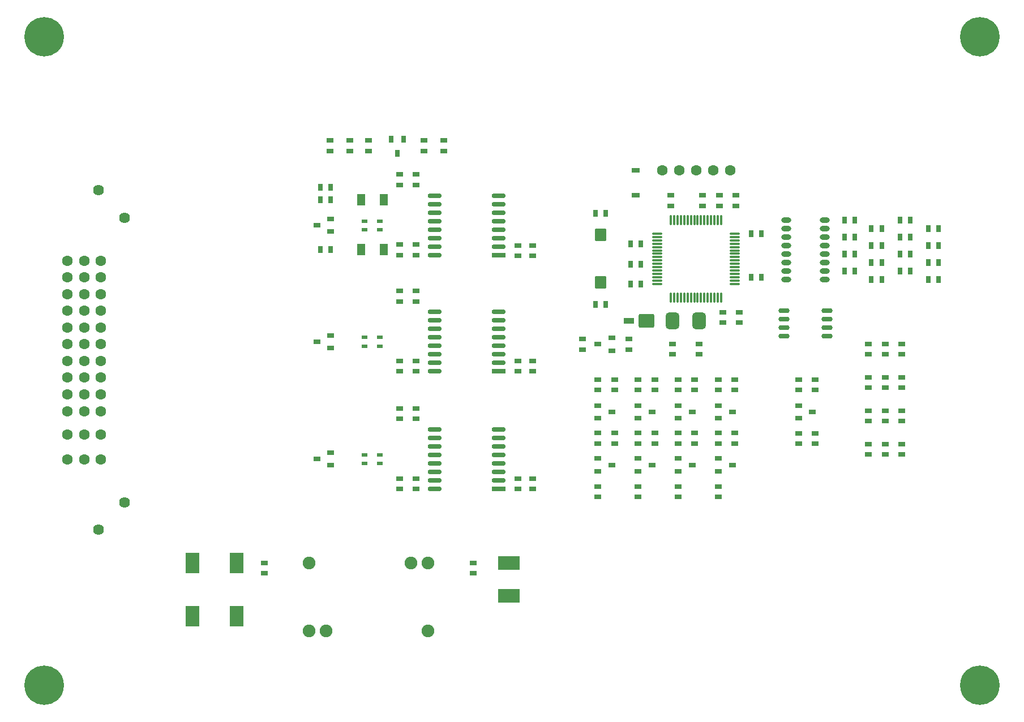
<source format=gts>
G04*
G04 #@! TF.GenerationSoftware,Altium Limited,Altium Designer,22.2.1 (43)*
G04*
G04 Layer_Color=8388736*
%FSAX44Y44*%
%MOMM*%
G71*
G04*
G04 #@! TF.SameCoordinates,153B5C95-5CF5-4743-8735-2B8DBF92E26D*
G04*
G04*
G04 #@! TF.FilePolarity,Negative*
G04*
G01*
G75*
%ADD36R,0.8000X1.0000*%
%ADD37R,1.0000X0.7000*%
%ADD38O,0.2940X1.5400*%
%ADD39O,1.5400X0.2940*%
%ADD40R,0.7000X1.0000*%
%ADD41O,1.7000X0.7500*%
%ADD42O,1.5000X0.8000*%
G04:AMPARAMS|DCode=43|XSize=1.7mm|YSize=1.9mm|CornerRadius=0.21mm|HoleSize=0mm|Usage=FLASHONLY|Rotation=0.000|XOffset=0mm|YOffset=0mm|HoleType=Round|Shape=RoundedRectangle|*
%AMROUNDEDRECTD43*
21,1,1.7000,1.4800,0,0,0.0*
21,1,1.2800,1.9000,0,0,0.0*
1,1,0.4200,0.6400,-0.7400*
1,1,0.4200,-0.6400,-0.7400*
1,1,0.4200,-0.6400,0.7400*
1,1,0.4200,0.6400,0.7400*
%
%ADD43ROUNDEDRECTD43*%
G04:AMPARAMS|DCode=44|XSize=1.6mm|YSize=0.9mm|CornerRadius=0.13mm|HoleSize=0mm|Usage=FLASHONLY|Rotation=180.000|XOffset=0mm|YOffset=0mm|HoleType=Round|Shape=RoundedRectangle|*
%AMROUNDEDRECTD44*
21,1,1.6000,0.6400,0,0,180.0*
21,1,1.3400,0.9000,0,0,180.0*
1,1,0.2600,-0.6700,0.3200*
1,1,0.2600,0.6700,0.3200*
1,1,0.2600,0.6700,-0.3200*
1,1,0.2600,-0.6700,-0.3200*
%
%ADD44ROUNDEDRECTD44*%
G04:AMPARAMS|DCode=45|XSize=2.3mm|YSize=2.1mm|CornerRadius=0.25mm|HoleSize=0mm|Usage=FLASHONLY|Rotation=180.000|XOffset=0mm|YOffset=0mm|HoleType=Round|Shape=RoundedRectangle|*
%AMROUNDEDRECTD45*
21,1,2.3000,1.6000,0,0,180.0*
21,1,1.8000,2.1000,0,0,180.0*
1,1,0.5000,-0.9000,0.8000*
1,1,0.5000,0.9000,0.8000*
1,1,0.5000,0.9000,-0.8000*
1,1,0.5000,-0.9000,-0.8000*
%
%ADD45ROUNDEDRECTD45*%
%ADD46R,1.0000X0.8000*%
G04:AMPARAMS|DCode=47|XSize=2.1mm|YSize=2.5mm|CornerRadius=0.55mm|HoleSize=0mm|Usage=FLASHONLY|Rotation=180.000|XOffset=0mm|YOffset=0mm|HoleType=Round|Shape=RoundedRectangle|*
%AMROUNDEDRECTD47*
21,1,2.1000,1.4000,0,0,180.0*
21,1,1.0000,2.5000,0,0,180.0*
1,1,1.1000,-0.5000,0.7000*
1,1,1.1000,0.5000,0.7000*
1,1,1.1000,0.5000,-0.7000*
1,1,1.1000,-0.5000,-0.7000*
%
%ADD47ROUNDEDRECTD47*%
%ADD48R,0.9000X0.5000*%
%ADD49O,2.1000X0.7000*%
%ADD50R,2.1000X0.7000*%
%ADD51R,1.2000X1.8000*%
G04:AMPARAMS|DCode=52|XSize=2.1mm|YSize=3.1mm|CornerRadius=0.25mm|HoleSize=0mm|Usage=FLASHONLY|Rotation=180.000|XOffset=0mm|YOffset=0mm|HoleType=Round|Shape=RoundedRectangle|*
%AMROUNDEDRECTD52*
21,1,2.1000,2.6000,0,0,180.0*
21,1,1.6000,3.1000,0,0,180.0*
1,1,0.5000,-0.8000,1.3000*
1,1,0.5000,0.8000,1.3000*
1,1,0.5000,0.8000,-1.3000*
1,1,0.5000,-0.8000,-1.3000*
%
%ADD52ROUNDEDRECTD52*%
G04:AMPARAMS|DCode=53|XSize=2.1mm|YSize=3.3mm|CornerRadius=0.25mm|HoleSize=0mm|Usage=FLASHONLY|Rotation=90.000|XOffset=0mm|YOffset=0mm|HoleType=Round|Shape=RoundedRectangle|*
%AMROUNDEDRECTD53*
21,1,2.1000,2.8000,0,0,90.0*
21,1,1.6000,3.3000,0,0,90.0*
1,1,0.5000,1.4000,0.8000*
1,1,0.5000,1.4000,-0.8000*
1,1,0.5000,-1.4000,-0.8000*
1,1,0.5000,-1.4000,0.8000*
%
%ADD53ROUNDEDRECTD53*%
%ADD54R,1.3000X0.8000*%
%ADD55C,1.6000*%
%ADD56C,1.6240*%
%ADD57C,1.9000*%
%ADD58C,5.9000*%
D36*
X01078000Y01357000D02*
D03*
X01059000D02*
D03*
X01068500Y01336000D02*
D03*
D37*
X00968000Y01339200D02*
D03*
Y01354800D02*
D03*
X01025000Y01354800D02*
D03*
Y01339200D02*
D03*
X00997000Y01354800D02*
D03*
Y01339200D02*
D03*
X01108000Y01354800D02*
D03*
Y01339200D02*
D03*
X01138000D02*
D03*
Y01354800D02*
D03*
X01550000Y01272800D02*
D03*
Y01257200D02*
D03*
X01575000Y01272800D02*
D03*
Y01257200D02*
D03*
X01525000D02*
D03*
Y01272800D02*
D03*
X01477500Y01257200D02*
D03*
Y01272800D02*
D03*
X01345000Y01057800D02*
D03*
Y01042200D02*
D03*
X01415000Y01057800D02*
D03*
Y01042200D02*
D03*
X01580000Y01097800D02*
D03*
Y01082200D02*
D03*
X01555000Y01097800D02*
D03*
Y01082200D02*
D03*
X01520000Y01034700D02*
D03*
Y01050300D02*
D03*
X01480000Y01034700D02*
D03*
Y01050300D02*
D03*
X01096000Y00938450D02*
D03*
Y00954050D02*
D03*
Y00833651D02*
D03*
Y00849251D02*
D03*
X01072000Y00954050D02*
D03*
Y00938450D02*
D03*
Y00833651D02*
D03*
Y00849251D02*
D03*
X01271000Y01009401D02*
D03*
Y01025001D02*
D03*
X01249000Y01009401D02*
D03*
Y01025001D02*
D03*
X01271000Y00833651D02*
D03*
Y00849251D02*
D03*
X01249000Y00833651D02*
D03*
Y00849251D02*
D03*
X01271000Y01182450D02*
D03*
Y01198050D02*
D03*
X01249000D02*
D03*
Y01182450D02*
D03*
X01096000Y01304050D02*
D03*
Y01288450D02*
D03*
X01072000D02*
D03*
Y01304050D02*
D03*
X01096000Y01199251D02*
D03*
Y01183651D02*
D03*
X01072000Y01199251D02*
D03*
Y01183651D02*
D03*
X01096000Y01114200D02*
D03*
Y01129800D02*
D03*
X01072000D02*
D03*
Y01114200D02*
D03*
X01096000Y01009401D02*
D03*
Y01025001D02*
D03*
X01072000Y01009401D02*
D03*
Y01025001D02*
D03*
X00869000Y00707400D02*
D03*
Y00723000D02*
D03*
X01368250Y00837275D02*
D03*
Y00821675D02*
D03*
Y00981675D02*
D03*
Y00997275D02*
D03*
X01393250Y00901675D02*
D03*
Y00917275D02*
D03*
X01368250D02*
D03*
Y00901675D02*
D03*
X01393250Y00981675D02*
D03*
Y00997275D02*
D03*
X01668250Y00901075D02*
D03*
Y00916675D02*
D03*
X01693250Y00901075D02*
D03*
Y00916675D02*
D03*
Y00981675D02*
D03*
Y00997275D02*
D03*
X01668250Y00981675D02*
D03*
Y00997275D02*
D03*
X01548250Y00981675D02*
D03*
Y00997275D02*
D03*
Y00917275D02*
D03*
Y00901675D02*
D03*
Y00837275D02*
D03*
Y00821675D02*
D03*
X01573250Y00901675D02*
D03*
Y00917275D02*
D03*
Y00981675D02*
D03*
Y00997275D02*
D03*
X01488250Y00837275D02*
D03*
Y00821675D02*
D03*
Y00981675D02*
D03*
Y00997275D02*
D03*
Y00917275D02*
D03*
Y00901675D02*
D03*
X01513250D02*
D03*
Y00917275D02*
D03*
Y00981675D02*
D03*
Y00997275D02*
D03*
X01773000Y01050600D02*
D03*
Y01035000D02*
D03*
X01823000Y01050600D02*
D03*
Y01035000D02*
D03*
X01798000D02*
D03*
Y01050600D02*
D03*
X01773000Y01000600D02*
D03*
Y00985000D02*
D03*
X01823000Y01000600D02*
D03*
Y00985000D02*
D03*
X01798000D02*
D03*
Y01000600D02*
D03*
X01773000Y00950600D02*
D03*
Y00935000D02*
D03*
X01823000Y00950600D02*
D03*
Y00935000D02*
D03*
X01798000D02*
D03*
Y00950600D02*
D03*
X01823000Y00900600D02*
D03*
Y00885000D02*
D03*
X01798000D02*
D03*
Y00900600D02*
D03*
X01773000D02*
D03*
Y00885000D02*
D03*
X01453250Y00901675D02*
D03*
Y00917275D02*
D03*
X01428250Y00837275D02*
D03*
Y00821675D02*
D03*
Y00917275D02*
D03*
Y00901675D02*
D03*
Y00981675D02*
D03*
Y00997275D02*
D03*
X01453250Y00981675D02*
D03*
Y00997275D02*
D03*
X01182000Y00707400D02*
D03*
Y00723000D02*
D03*
D38*
X01552500Y01119926D02*
D03*
X01547500D02*
D03*
X01542500D02*
D03*
X01537500D02*
D03*
X01532500D02*
D03*
X01527500D02*
D03*
X01522500D02*
D03*
X01517500D02*
D03*
X01512500D02*
D03*
X01507500D02*
D03*
X01502500D02*
D03*
X01497500D02*
D03*
X01492500D02*
D03*
X01487500D02*
D03*
X01482500D02*
D03*
X01477500D02*
D03*
X01552500Y01235926D02*
D03*
X01547500D02*
D03*
X01542500D02*
D03*
X01537500D02*
D03*
X01532500D02*
D03*
X01527500D02*
D03*
X01522500D02*
D03*
X01517500D02*
D03*
X01512500D02*
D03*
X01507500D02*
D03*
X01502500D02*
D03*
X01497500D02*
D03*
X01492500D02*
D03*
X01487500D02*
D03*
X01482500D02*
D03*
X01477500D02*
D03*
D39*
X01573000Y01140426D02*
D03*
Y01145426D02*
D03*
Y01150426D02*
D03*
Y01155426D02*
D03*
Y01160426D02*
D03*
Y01165426D02*
D03*
Y01170426D02*
D03*
Y01175426D02*
D03*
Y01180426D02*
D03*
Y01215426D02*
D03*
Y01210426D02*
D03*
Y01205426D02*
D03*
Y01200426D02*
D03*
Y01195426D02*
D03*
Y01190426D02*
D03*
Y01185426D02*
D03*
X01457000Y01140426D02*
D03*
Y01150426D02*
D03*
Y01155426D02*
D03*
Y01160426D02*
D03*
Y01165426D02*
D03*
Y01170426D02*
D03*
Y01175426D02*
D03*
Y01145426D02*
D03*
Y01180426D02*
D03*
Y01215426D02*
D03*
Y01210426D02*
D03*
Y01205426D02*
D03*
Y01200426D02*
D03*
Y01195426D02*
D03*
Y01190426D02*
D03*
Y01185426D02*
D03*
D40*
X01597200Y01215426D02*
D03*
X01612800D02*
D03*
X01432800Y01200000D02*
D03*
X01417200D02*
D03*
X01432800Y01170000D02*
D03*
X01417200D02*
D03*
X01432800Y01140426D02*
D03*
X01417200D02*
D03*
X01364700Y01109926D02*
D03*
X01380300D02*
D03*
X00968750Y01284500D02*
D03*
X00953150D02*
D03*
X00968750Y01266250D02*
D03*
X00953150D02*
D03*
Y01191451D02*
D03*
X00968750D02*
D03*
X01792800Y01223100D02*
D03*
X01777200D02*
D03*
X01752800Y01235800D02*
D03*
X01737200D02*
D03*
X01792800Y01197700D02*
D03*
X01777200D02*
D03*
X01792800Y01146900D02*
D03*
X01777200D02*
D03*
X01835600Y01185000D02*
D03*
X01820000D02*
D03*
X01877800Y01172300D02*
D03*
X01862200D02*
D03*
X01835600Y01159600D02*
D03*
X01820000D02*
D03*
X01877800Y01223100D02*
D03*
X01862200D02*
D03*
X01835600Y01235800D02*
D03*
X01820000D02*
D03*
X01877800Y01197700D02*
D03*
X01862200D02*
D03*
X01835600Y01210400D02*
D03*
X01820000D02*
D03*
X01752800Y01159600D02*
D03*
X01737200D02*
D03*
X01792800Y01172300D02*
D03*
X01777200D02*
D03*
X01752800Y01185000D02*
D03*
X01737200D02*
D03*
X01752800Y01210400D02*
D03*
X01737200D02*
D03*
X01877800Y01146900D02*
D03*
X01862200D02*
D03*
X01612800Y01150426D02*
D03*
X01597200D02*
D03*
X01364700Y01245926D02*
D03*
X01380300D02*
D03*
D41*
X01646750Y01087700D02*
D03*
Y01100400D02*
D03*
Y01075000D02*
D03*
Y01062300D02*
D03*
X01710750D02*
D03*
X01710750Y01100400D02*
D03*
Y01087700D02*
D03*
Y01075000D02*
D03*
D42*
X01650000Y01146900D02*
D03*
Y01159600D02*
D03*
Y01172300D02*
D03*
Y01185000D02*
D03*
Y01197700D02*
D03*
Y01210400D02*
D03*
Y01223100D02*
D03*
Y01235800D02*
D03*
X01707500D02*
D03*
Y01223100D02*
D03*
Y01210400D02*
D03*
Y01197700D02*
D03*
Y01185000D02*
D03*
Y01172300D02*
D03*
Y01159600D02*
D03*
Y01146900D02*
D03*
D43*
X01372500Y01213551D02*
D03*
Y01142301D02*
D03*
D44*
X01415000Y01085000D02*
D03*
D45*
X01441000D02*
D03*
D46*
X01389250Y01040500D02*
D03*
Y01059500D02*
D03*
X01368250Y01050000D02*
D03*
X00947750Y01053847D02*
D03*
X00968750Y01063347D02*
D03*
Y01044347D02*
D03*
X00947750Y00878313D02*
D03*
X00968750Y00887813D02*
D03*
Y00868813D02*
D03*
X00947750Y01228002D02*
D03*
X00968750Y01237502D02*
D03*
Y01218502D02*
D03*
X01389250Y00869475D02*
D03*
X01368250Y00859975D02*
D03*
Y00878975D02*
D03*
X01389250Y00948975D02*
D03*
X01368250Y00939475D02*
D03*
Y00958475D02*
D03*
X01689250Y00948975D02*
D03*
X01668250Y00939475D02*
D03*
Y00958475D02*
D03*
X01569250Y00869475D02*
D03*
X01548250Y00859975D02*
D03*
Y00878975D02*
D03*
X01569250Y00948975D02*
D03*
X01548250Y00939475D02*
D03*
Y00958475D02*
D03*
X01509250Y00948975D02*
D03*
X01488250Y00939475D02*
D03*
Y00958475D02*
D03*
X01509250Y00869475D02*
D03*
X01488250Y00859975D02*
D03*
Y00878975D02*
D03*
X01449250Y00948975D02*
D03*
X01428250Y00939475D02*
D03*
Y00958475D02*
D03*
X01449250Y00869475D02*
D03*
X01428250Y00859975D02*
D03*
Y00878975D02*
D03*
D47*
X01480000Y01085000D02*
D03*
X01520000D02*
D03*
D48*
X01019500Y01060250D02*
D03*
X01042500D02*
D03*
X01019500Y01047250D02*
D03*
X01042500D02*
D03*
X01019500Y00884717D02*
D03*
X01042500D02*
D03*
X01019500Y00871717D02*
D03*
X01042500D02*
D03*
X01019500Y01234405D02*
D03*
X01042500D02*
D03*
X01019500Y01221405D02*
D03*
X01042500D02*
D03*
D49*
X01124100Y00884451D02*
D03*
Y00897151D02*
D03*
Y00909851D02*
D03*
X01220100Y00884451D02*
D03*
Y00897151D02*
D03*
X01124100Y00871751D02*
D03*
X01124100Y00859051D02*
D03*
X01124100Y00846351D02*
D03*
X01220100Y00909851D02*
D03*
Y00846351D02*
D03*
Y00871751D02*
D03*
Y00859051D02*
D03*
X01124100Y00833651D02*
D03*
X01220100Y00922551D02*
D03*
X01124100D02*
D03*
X01124100Y01060201D02*
D03*
Y01072901D02*
D03*
Y01085601D02*
D03*
X01220100Y01060201D02*
D03*
Y01072901D02*
D03*
X01124100Y01047501D02*
D03*
X01124100Y01034801D02*
D03*
X01124100Y01022101D02*
D03*
X01220100Y01085601D02*
D03*
Y01022101D02*
D03*
Y01047501D02*
D03*
Y01034801D02*
D03*
X01124100Y01009401D02*
D03*
X01220100Y01098301D02*
D03*
X01124100D02*
D03*
Y01272551D02*
D03*
X01220100D02*
D03*
X01124100Y01183651D02*
D03*
X01220100Y01209051D02*
D03*
Y01221751D02*
D03*
Y01196351D02*
D03*
Y01259851D02*
D03*
X01124100Y01196351D02*
D03*
X01124100Y01209051D02*
D03*
X01124100Y01221751D02*
D03*
X01220100Y01247151D02*
D03*
Y01234451D02*
D03*
X01124100Y01259851D02*
D03*
Y01247151D02*
D03*
Y01234451D02*
D03*
D50*
X01220100Y00833651D02*
D03*
Y01009401D02*
D03*
Y01183651D02*
D03*
D51*
X01014000Y01266250D02*
D03*
X01048000D02*
D03*
Y01191451D02*
D03*
X01014000D02*
D03*
D52*
X00828000Y00643000D02*
D03*
X00762000D02*
D03*
Y00723000D02*
D03*
X00828000D02*
D03*
D53*
X01235000D02*
D03*
Y00673250D02*
D03*
D54*
X01425125Y01273000D02*
D03*
Y01310000D02*
D03*
D55*
X01565800D02*
D03*
X01540400D02*
D03*
X01515000D02*
D03*
X01489600D02*
D03*
X01464200D02*
D03*
X00625000Y01175000D02*
D03*
Y01150000D02*
D03*
Y01125000D02*
D03*
Y01100000D02*
D03*
Y01025000D02*
D03*
Y01000000D02*
D03*
Y00915000D02*
D03*
Y00878000D02*
D03*
X00600000Y01175000D02*
D03*
Y01150000D02*
D03*
Y01125000D02*
D03*
Y01100000D02*
D03*
Y01075000D02*
D03*
Y01050000D02*
D03*
Y01025000D02*
D03*
Y01000000D02*
D03*
Y00975000D02*
D03*
Y00950000D02*
D03*
Y00915000D02*
D03*
Y00878000D02*
D03*
X00575000Y01175000D02*
D03*
Y01150000D02*
D03*
Y01125000D02*
D03*
Y01100000D02*
D03*
Y01075000D02*
D03*
Y01050000D02*
D03*
Y01025000D02*
D03*
Y01000000D02*
D03*
Y00975000D02*
D03*
Y00950000D02*
D03*
Y00915000D02*
D03*
Y00878000D02*
D03*
X00625000Y01050000D02*
D03*
Y00950000D02*
D03*
Y01075000D02*
D03*
Y00975000D02*
D03*
D56*
X00621500Y01280500D02*
D03*
X00660000Y01239500D02*
D03*
Y00813500D02*
D03*
X00621500Y00772500D02*
D03*
D57*
X01114400Y00621400D02*
D03*
X00962000D02*
D03*
X00936600D02*
D03*
Y00723000D02*
D03*
X01089000D02*
D03*
X01114400D02*
D03*
D58*
X00540000Y01510000D02*
D03*
Y00540000D02*
D03*
X01940000D02*
D03*
Y01510000D02*
D03*
M02*

</source>
